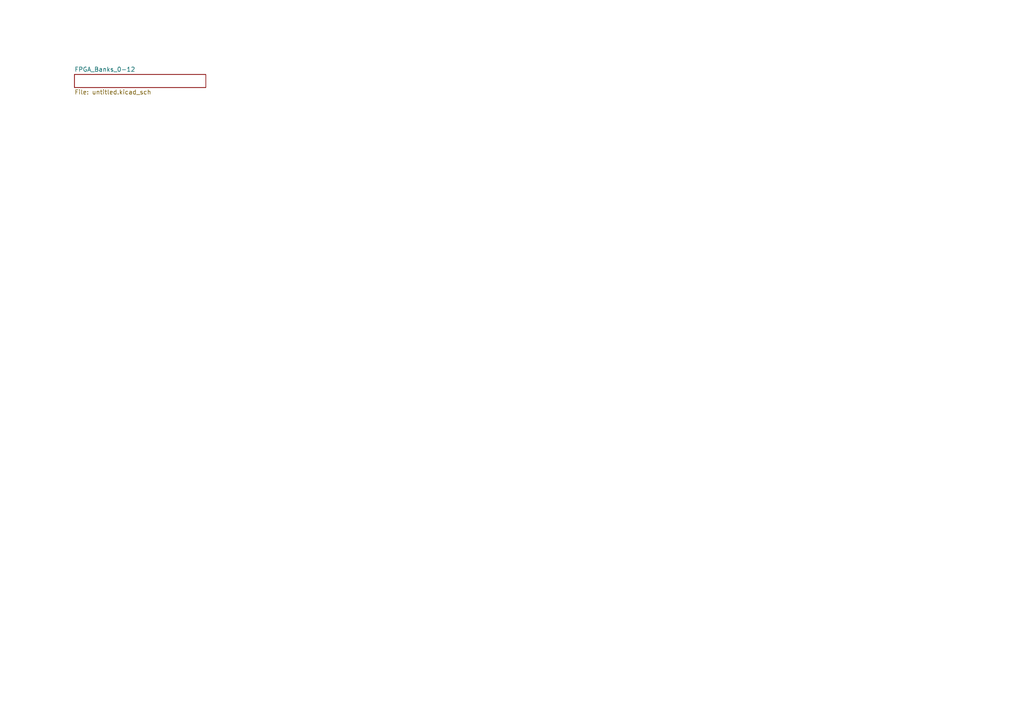
<source format=kicad_sch>
(kicad_sch (version 20230121) (generator eeschema)
  (paper "A4")
  (lib_symbols)
  (sheet (at 21.59 21.59) (size 38.1 3.81) (stroke (width 0.1524))
    (property "Sheetname" "FPGA_Banks_0-12" (at 21.59 20.8784 0) (effects (justify left bottom)))
    (property "Sheetfile" "untitled.kicad_sch" (at 21.59 25.9846 0) (effects (justify left top)))
  )
)
</source>
